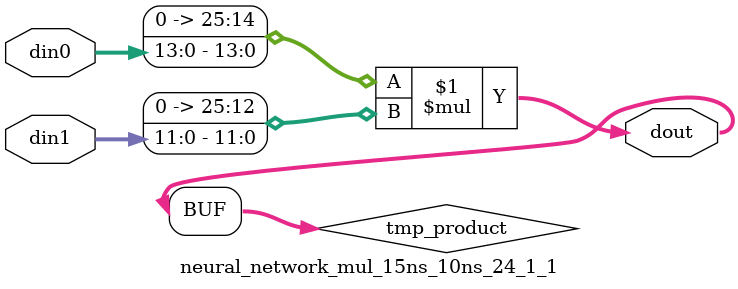
<source format=v>

`timescale 1 ns / 1 ps

  module neural_network_mul_15ns_10ns_24_1_1(din0, din1, dout);
parameter ID = 1;
parameter NUM_STAGE = 0;
parameter din0_WIDTH = 14;
parameter din1_WIDTH = 12;
parameter dout_WIDTH = 26;

input [din0_WIDTH - 1 : 0] din0; 
input [din1_WIDTH - 1 : 0] din1; 
output [dout_WIDTH - 1 : 0] dout;

wire signed [dout_WIDTH - 1 : 0] tmp_product;










assign tmp_product = $signed({1'b0, din0}) * $signed({1'b0, din1});











assign dout = tmp_product;







endmodule

</source>
